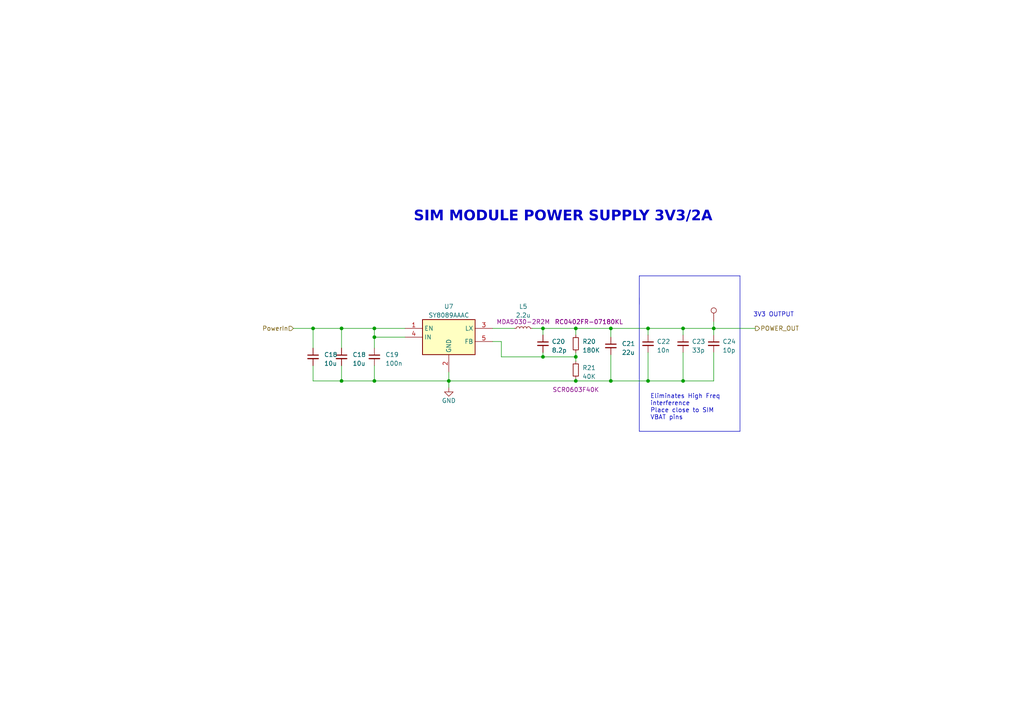
<source format=kicad_sch>
(kicad_sch (version 20230121) (generator eeschema)
  (paper "A4")
  (lib_symbols
    (symbol "Connector:TestPoint" (pin_numbers hide) (pin_names (offset 0.762) hide)
      (property "Reference" "TP" (at 0 6.858 0))
      (property "Value" "TestPoint" (at 0 5.08 0))
      (symbol "TestPoint_0_1"
        (circle (center 0 3.302) (radius 0.762))
      )
      (symbol "TestPoint_1_1"
        (pin passive line (at 0 0 90) (length 2.54) (name "1") (number "1"))
      )
    )
    (symbol "Device:C_Small" (pin_numbers hide) (pin_names (offset 0.254) hide)
      (property "Reference" "C" (at 0.254 1.778 0))
      (property "Value" "C_Small" (at 0.254 -2.032 0))
      (symbol "C_Small_0_1"
        (polyline (pts (xy -1.524 -0.508) (xy 1.524 -0.508)) (stroke (width 0.3302)))
        (polyline (pts (xy -1.524 0.508) (xy 1.524 0.508)) (stroke (width 0.3048)))
      )
      (symbol "C_Small_1_1"
        (pin passive line (at 0 2.54 270) (length 2.032) (name "~") (number "1"))
        (pin passive line (at 0 -2.54 90) (length 2.032) (name "~") (number "2"))
      )
    )
    (symbol "Device:L_Small" (pin_numbers hide) (pin_names (offset 0.254) hide)
      (property "Reference" "L" (at 0.762 1.016 0))
      (property "Value" "L_Small" (at 0.762 -1.016 0))
      (symbol "L_Small_0_1"
        (arc (start 0 -2.032) (mid 0.5058 -1.524) (end 0 -1.016))
        (arc (start 0 -1.016) (mid 0.5058 -0.508) (end 0 0))
        (arc (start 0 0) (mid 0.5058 0.508) (end 0 1.016))
        (arc (start 0 1.016) (mid 0.5058 1.524) (end 0 2.032))
      )
      (symbol "L_Small_1_1"
        (pin passive line (at 0 2.54 270) (length 0.508) (name "~") (number "1"))
        (pin passive line (at 0 -2.54 90) (length 0.508) (name "~") (number "2"))
      )
    )
    (symbol "Device:R_Small" (pin_numbers hide) (pin_names (offset 0.254) hide)
      (property "Reference" "R" (at 0.762 0.508 0))
      (property "Value" "R_Small" (at 0.762 -1.016 0))
      (symbol "R_Small_0_1"
        (rectangle (start -0.762 1.778) (end 0.762 -1.778) (stroke (width 0.2032)))
      )
      (symbol "R_Small_1_1"
        (pin passive line (at 0 2.54 270) (length 0.762) (name "~") (number "1"))
        (pin passive line (at 0 -2.54 90) (length 0.762) (name "~") (number "2"))
      )
    )
    (symbol "GCL_Integrated-Circuits:SY8089AAAC"
      (property "Reference" "U" (at 1.27 -7.62 0))
      (property "Value" "SY8089AAAC" (at -5.08 6.35 0))
      (symbol "SY8089AAAC_1_1"
        (rectangle (start -7.62 3.81) (end 7.62 -6.35) (stroke (width 0.254)) (fill (type background)))
        (pin passive line (at -12.7 1.27 0) (length 5.08) (name "EN") (number "1"))
        (pin passive line (at 0 -11.43 90) (length 5.08) (name "GND") (number "2"))
        (pin passive line (at 12.7 1.27 180) (length 5.08) (name "LX") (number "3"))
        (pin passive line (at -12.7 -1.27 0) (length 5.08) (name "IN") (number "4"))
        (pin passive line (at 12.7 -2.54 180) (length 5.08) (name "FB") (number "5"))
      )
    )
    (symbol "power:GND" (power) (pin_names (offset 0))
      (property "Value" "GND" (at 0 -3.81 0))
      (symbol "GND_0_1"
        (polyline (pts (xy 0 0) (xy 0 -1.27) (xy 1.27 -1.27) (xy 0 -2.54) (xy -1.27 -1.27) (xy 0 -1.27)))
      )
      (symbol "GND_1_1"
        (pin power_in line (at 0 0 270) (length 0) hide (name "GND") (number "1"))
      )
    )
  )
  (junction (at 90.805 95.25))
  (junction (at 207.01 95.25))
  (junction (at 108.585 110.49))
  (junction (at 108.585 97.79))
  (junction (at 157.48 103.505))
  (junction (at 177.165 110.49))
  (junction (at 130.175 110.49))
  (junction (at 167.005 103.505))
  (junction (at 187.96 110.49))
  (junction (at 177.165 95.25))
  (junction (at 99.06 110.49))
  (junction (at 167.005 95.25))
  (junction (at 198.12 110.49))
  (junction (at 99.06 95.25))
  (junction (at 108.585 95.25))
  (junction (at 187.96 95.25))
  (junction (at 198.12 95.25))
  (junction (at 167.005 110.49))
  (junction (at 157.48 95.25))
  (wire (pts (xy 108.585 97.79) (xy 117.475 97.79)))
  (wire (pts (xy 99.06 95.25) (xy 108.585 95.25)))
  (wire (pts (xy 85.09 95.25) (xy 90.805 95.25)))
  (wire (pts (xy 108.585 97.79) (xy 108.585 100.965)))
  (wire (pts (xy 99.06 100.965) (xy 99.06 95.25)))
  (wire (pts (xy 167.005 109.855) (xy 167.005 110.49)))
  (wire (pts (xy 130.175 107.95) (xy 130.175 110.49)))
  (wire (pts (xy 130.175 110.49) (xy 108.585 110.49)))
  (wire (pts (xy 167.005 103.505) (xy 167.005 104.775)))
  (wire (pts (xy 187.96 95.25) (xy 187.96 97.155)))
  (wire (pts (xy 198.12 110.49) (xy 207.01 110.49)))
  (wire (pts (xy 157.48 103.505) (xy 157.48 102.235)))
  (wire (pts (xy 198.12 102.235) (xy 198.12 110.49)))
  (wire (pts (xy 142.875 99.06) (xy 145.415 99.06)))
  (wire (pts (xy 108.585 106.045) (xy 108.585 110.49)))
  (wire (pts (xy 207.01 93.345) (xy 207.01 95.25)))
  (wire (pts (xy 177.165 102.87) (xy 177.165 110.49)))
  (wire (pts (xy 207.01 95.25) (xy 219.075 95.25)))
  (wire (pts (xy 187.96 110.49) (xy 198.12 110.49)))
  (wire (pts (xy 130.175 110.49) (xy 130.175 112.395)))
  (polyline (pts (xy 185.42 80.01) (xy 185.42 88.265)))
  (polyline (pts (xy 214.63 80.01) (xy 185.42 80.01)))
  (wire (pts (xy 108.585 95.25) (xy 108.585 97.79)))
  (wire (pts (xy 157.48 95.25) (xy 157.48 97.155)))
  (wire (pts (xy 198.12 95.25) (xy 198.12 97.155)))
  (wire (pts (xy 177.165 97.79) (xy 177.165 95.25)))
  (wire (pts (xy 167.005 110.49) (xy 130.175 110.49)))
  (wire (pts (xy 167.005 102.235) (xy 167.005 103.505)))
  (wire (pts (xy 187.96 102.235) (xy 187.96 110.49)))
  (wire (pts (xy 90.805 100.965) (xy 90.805 95.25)))
  (wire (pts (xy 177.165 110.49) (xy 187.96 110.49)))
  (wire (pts (xy 167.005 97.155) (xy 167.005 95.25)))
  (wire (pts (xy 177.165 95.25) (xy 167.005 95.25)))
  (wire (pts (xy 207.01 95.25) (xy 207.01 97.155)))
  (wire (pts (xy 198.12 95.25) (xy 207.01 95.25)))
  (wire (pts (xy 108.585 95.25) (xy 117.475 95.25)))
  (wire (pts (xy 167.005 95.25) (xy 157.48 95.25)))
  (wire (pts (xy 90.805 110.49) (xy 99.06 110.49)))
  (wire (pts (xy 154.305 95.25) (xy 157.48 95.25)))
  (wire (pts (xy 177.165 95.25) (xy 187.96 95.25)))
  (wire (pts (xy 145.415 103.505) (xy 157.48 103.505)))
  (wire (pts (xy 145.415 99.06) (xy 145.415 103.505)))
  (wire (pts (xy 99.06 110.49) (xy 99.06 106.045)))
  (wire (pts (xy 99.06 110.49) (xy 108.585 110.49)))
  (wire (pts (xy 90.805 110.49) (xy 90.805 106.045)))
  (wire (pts (xy 90.805 95.25) (xy 99.06 95.25)))
  (polyline (pts (xy 185.42 125.095) (xy 214.63 125.095)))
  (wire (pts (xy 157.48 103.505) (xy 167.005 103.505)))
  (polyline (pts (xy 185.42 86.36) (xy 185.42 125.095)))
  (wire (pts (xy 207.01 110.49) (xy 207.01 102.235)))
  (wire (pts (xy 167.005 110.49) (xy 177.165 110.49)))
  (polyline (pts (xy 214.63 125.095) (xy 214.63 80.01)))
  (wire (pts (xy 187.96 95.25) (xy 198.12 95.25)))
  (wire (pts (xy 142.875 95.25) (xy 149.225 95.25)))
  (text "Eliminates High Freq\ninterference\nPlace close to SIM\nVBAT pins" (at 188.595 121.92 0) (effects (font (size 1.27 1.27)) (justify left bottom)))
  (text "SIM MODULE POWER SUPPLY 3V3/2A " (at 120.015 65.405 0) (effects (font (size 3 3) (thickness 0.6) bold) (justify left bottom)))
  (text "3V3 OUTPUT" (at 218.44 92.075 0) (effects (font (size 1.27 1.27)) (justify left bottom)))
  (hierarchical_label "PowerIn" (shape input) (at 85.09 95.25 180))
  (hierarchical_label "POWER_OUT" (shape output) (at 219.075 95.25 0))
  (symbol (lib_id "Connector:TestPoint") (at 207.01 93.345 0) (unit 1)
    (property "Reference" "TP2" (effects hide))
    (property "Value" "TestPoint" (effects hide))
    (property "Footprint" "TestPoint:TestPoint_Pad_D1.5mm" (effects hide))
    (instances (project "farmty_v1.2" (path "" (reference "TP2") (unit 1))) (project "proxy_obdII_logger_hardware" (path "" (reference "TP2") (unit 1)) (path "" (reference "TP3") (unit 1))) (project "Weather_Station_Project" (path "" (reference "TP2") (unit 1))) (project "BIM_PCB" (path "" (reference "TP9") (unit 1))) (project "ELIESTER_V2" (path "" (reference "TP11") (unit 1))))
  )
  (symbol (lib_id "GCL_Integrated-Circuits:SY8089AAAC") (at 130.175 96.52 0) (unit 1)
    (property "Reference" "U7" (at 130.175 88.9 0))
    (property "Value" "SY8089AAAC" (at 130.175 91.44 0))
    (property "Footprint" "Package_TO_SOT_SMD:SOT-23-5" (effects hide))
    (property "Datasheet" "https://datasheet.lcsc.com/szlcsc/Silergy-Corp-SY8089AAAC_C78988.pdf" (effects hide))
    (property "Height" "1.4" (effects hide))
    (property "Manufacturer_Name" "Silergy" (effects hide))
    (property "Manufacturer_Part_Number" "SY8089AAAC" (effects hide))
    (instances (project "proxy_obdII_logger_hardware" (path "" (reference "U7") (unit 1))) (project "Weather_Station_Project" (path "" (reference "U7") (unit 1))) (project "BIM_PCB" (path "" (reference "U16") (unit 1))) (project "ELIESTER_V2" (path "" (reference "U25") (unit 1))))
  )
  (symbol (lib_id "Device:C_Small") (at 207.01 99.695 0) (unit 1)
    (property "Reference" "C24" (at 209.55 99.0663 0) (effects (justify left)))
    (property "Value" "10p" (at 209.55 101.6063 0) (effects (justify left)))
    (property "Footprint" "Capacitor_SMD:C_0603_1608Metric" (effects hide))
    (instances (project "proxy_obdII_logger_hardware" (path "" (reference "C24") (unit 1))) (project "Weather_Station_Project" (path "" (reference "C24") (unit 1))) (project "BIM_PCB" (path "" (reference "C54") (unit 1))) (project "ELIESTER_V2" (path "" (reference "C77") (unit 1))))
  )
  (symbol (lib_id "Device:C_Small") (at 198.12 99.695 0) (unit 1)
    (property "Reference" "C23" (at 200.66 99.0663 0) (effects (justify left)))
    (property "Value" "33p" (at 200.66 101.6063 0) (effects (justify left)))
    (property "Footprint" "Capacitor_SMD:C_0603_1608Metric" (effects hide))
    (instances (project "proxy_obdII_logger_hardware" (path "" (reference "C23") (unit 1))) (project "Weather_Station_Project" (path "" (reference "C23") (unit 1))) (project "BIM_PCB" (path "" (reference "C53") (unit 1))) (project "ELIESTER_V2" (path "" (reference "C76") (unit 1))))
  )
  (symbol (lib_id "Device:C_Small") (at 90.805 103.505 0) (unit 1)
    (property "Reference" "C18" (at 93.98 102.8763 0) (effects (justify left)))
    (property "Value" "10u" (at 93.98 105.4163 0) (effects (justify left)))
    (property "Footprint" "Capacitor_SMD:C_0603_1608Metric" (effects hide))
    (instances (project "proxy_obdII_logger_hardware" (path "" (reference "C18") (unit 1))) (project "Weather_Station_Project" (path "" (reference "C18") (unit 1))) (project "BIM_PCB" (path "" (reference "C56") (unit 1))) (project "ELIESTER_V2" (path "" (reference "C79") (unit 1))))
  )
  (symbol (lib_id "Device:C_Small") (at 177.165 100.33 0) (unit 1)
    (property "Reference" "C21" (at 180.34 99.7013 0) (effects (justify left)))
    (property "Value" "22u" (at 180.34 102.2413 0) (effects (justify left)))
    (property "Footprint" "Capacitor_SMD:C_0603_1608Metric" (effects hide))
    (instances (project "proxy_obdII_logger_hardware" (path "" (reference "C21") (unit 1))) (project "Weather_Station_Project" (path "" (reference "C21") (unit 1))) (project "BIM_PCB" (path "" (reference "C55") (unit 1))) (project "ELIESTER_V2" (path "" (reference "C78") (unit 1))))
  )
  (symbol (lib_id "power:GND") (at 130.175 112.395 0) (unit 1)
    (property "Reference" "#PWR040" (effects hide))
    (property "Value" "GND" (at 130.175 116.205 0))
    (instances (project "proxy_obdII_logger_hardware" (path "" (reference "#PWR040") (unit 1))) (project "Weather_Station_Project" (path "" (reference "#PWR013") (unit 1))) (project "BIM_PCB" (path "" (reference "#PWR0103") (unit 1))) (project "ELIESTER_V2" (path "" (reference "#PWR0163") (unit 1))))
  )
  (symbol (lib_id "Device:C_Small") (at 108.585 103.505 0) (unit 1)
    (property "Reference" "C19" (at 111.76 102.8763 0) (effects (justify left)))
    (property "Value" "100n" (at 111.76 105.4163 0) (effects (justify left)))
    (property "Footprint" "Capacitor_SMD:C_0402_1005Metric" (effects hide))
    (instances (project "proxy_obdII_logger_hardware" (path "" (reference "C19") (unit 1))) (project "Weather_Station_Project" (path "" (reference "C19") (unit 1))) (project "BIM_PCB" (path "" (reference "C58") (unit 1))) (project "ELIESTER_V2" (path "" (reference "C80") (unit 1))))
  )
  (symbol (lib_id "Device:L_Small") (at 151.765 95.25 90) (unit 1)
    (property "Reference" "L5" (at 151.765 88.9 90))
    (property "Value" "2.2u" (at 151.765 91.44 90))
    (property "Footprint" "greencharge-footprints:MDA5030-100M" (effects hide))
    (property "MPN" "MDA5030-2R2M" (at 151.765 93.345 90))
    (instances (project "proxy_obdII_logger_hardware" (path "" (reference "L5") (unit 1))) (project "Weather_Station_Project" (path "" (reference "L5") (unit 1))) (project "BIM_PCB" (path "" (reference "L5") (unit 1))) (project "ELIESTER_V2" (path "" (reference "L12") (unit 1))))
  )
  (symbol (lib_id "Device:C_Small") (at 99.06 103.505 0) (unit 1)
    (property "Reference" "C18" (at 102.235 102.8763 0) (effects (justify left)))
    (property "Value" "10u" (at 102.235 105.4163 0) (effects (justify left)))
    (property "Footprint" "Capacitor_SMD:C_0603_1608Metric" (effects hide))
    (instances (project "proxy_obdII_logger_hardware" (path "" (reference "C18") (unit 1))) (project "Weather_Station_Project" (path "" (reference "C18") (unit 1))) (project "BIM_PCB" (path "" (reference "C57") (unit 1))) (project "ELIESTER_V2" (path "" (reference "C79") (unit 1))))
  )
  (symbol (lib_id "Device:R_Small") (at 167.005 99.695 0) (unit 1)
    (property "Reference" "R20" (at 168.91 99.06 0) (effects (justify left)))
    (property "Value" "180K" (at 168.91 101.6 0) (effects (justify left)))
    (property "Footprint" "Resistor_SMD:R_0402_1005Metric" (effects hide))
    (property "MPN" "RC0402FR-07180KL" (at 170.815 93.345 0))
    (instances (project "proxy_obdII_logger_hardware" (path "" (reference "R20") (unit 1))) (project "Weather_Station_Project" (path "" (reference "R20") (unit 1))) (project "BIM_PCB" (path "" (reference "R70") (unit 1))) (project "ELIESTER_V2" (path "" (reference "R55") (unit 1))))
  )
  (symbol (lib_id "Device:R_Small") (at 167.005 107.315 0) (unit 1)
    (property "Reference" "R21" (at 168.91 106.68 0) (effects (justify left)))
    (property "Value" "40K" (at 168.91 109.22 0) (effects (justify left)))
    (property "Footprint" "Resistor_SMD:R_0603_1608Metric" (effects hide))
    (property "MPN" "SCR0603F40K" (at 167.005 113.03 0))
    (instances (project "proxy_obdII_logger_hardware" (path "" (reference "R21") (unit 1))) (project "Weather_Station_Project" (path "" (reference "R21") (unit 1))) (project "BIM_PCB" (path "" (reference "R71") (unit 1))) (project "ELIESTER_V2" (path "" (reference "R56") (unit 1))))
  )
  (symbol (lib_id "Device:C_Small") (at 187.96 99.695 0) (unit 1)
    (property "Reference" "C22" (at 190.5 99.0663 0) (effects (justify left)))
    (property "Value" "10n" (at 190.5 101.6063 0) (effects (justify left)))
    (property "Footprint" "Capacitor_SMD:C_0603_1608Metric" (effects hide))
    (instances (project "proxy_obdII_logger_hardware" (path "" (reference "C22") (unit 1))) (project "Weather_Station_Project" (path "" (reference "C22") (unit 1))) (project "BIM_PCB" (path "" (reference "C48") (unit 1))) (project "ELIESTER_V2" (path "" (reference "C75") (unit 1))))
  )
  (symbol (lib_id "Device:C_Small") (at 157.48 99.695 0) (unit 1)
    (property "Reference" "C20" (at 160.02 99.0663 0) (effects (justify left)))
    (property "Value" "8.2p" (at 160.02 101.6063 0) (effects (justify left)))
    (property "Footprint" "Capacitor_SMD:C_0402_1005Metric" (effects hide))
    (instances (project "proxy_obdII_logger_hardware" (path "" (reference "C20") (unit 1))) (project "Weather_Station_Project" (path "" (reference "C20") (unit 1))) (project "BIM_PCB" (path "" (reference "C47") (unit 1))) (project "ELIESTER_V2" (path "" (reference "C74") (unit 1))))
  )
)
</source>
